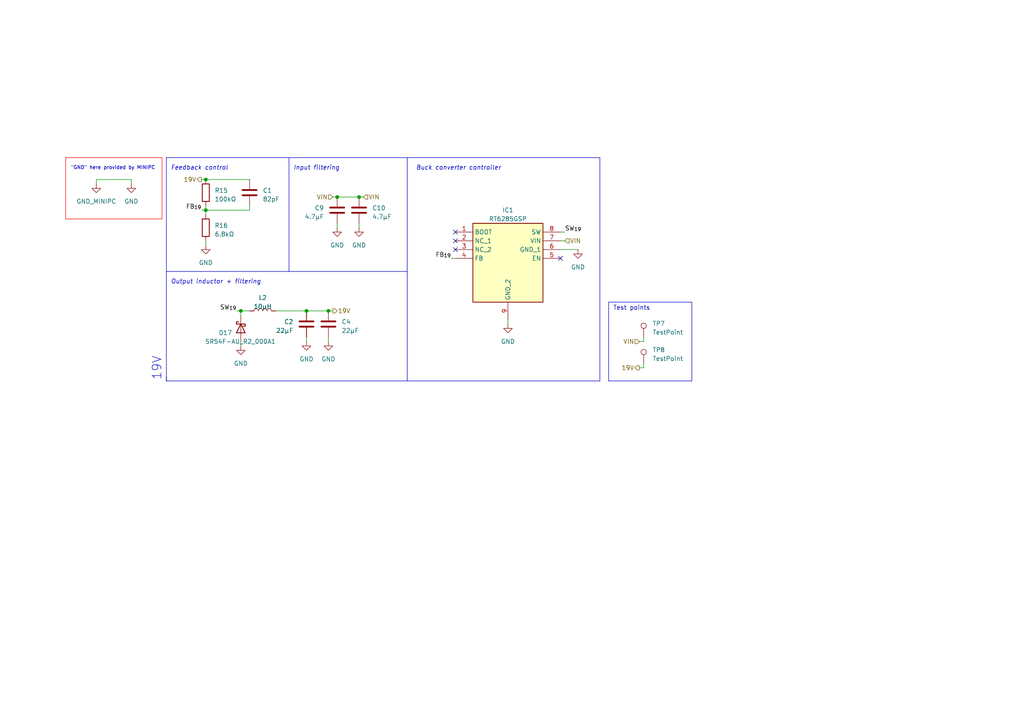
<source format=kicad_sch>
(kicad_sch (version 20231120) (generator "eeschema") (generator_version "8.0")
  (paper "A4")
  (title_block (title "Buck Convertors") (date "2023-11-17") (rev "v1") (company "UT RoboMasters"))
  (lib_symbols
    (symbol "Connector:TestPoint" (pin_numbers hide) (pin_names (offset 0.762) hide)
      (property "Reference" "TP" (at 0 6.858 0))
      (property "Value" "TestPoint" (at 0 5.08 0))
      (symbol "TestPoint_0_1"
        (circle (center 0 3.302) (radius 0.762))
      )
      (symbol "TestPoint_1_1"
        (pin passive line (at 0 0 90) (length 2.54) (name "1") (number "1"))
      )
    )
    (symbol "Device:C" (pin_numbers hide) (pin_names (offset 0.254))
      (property "Reference" "C" (at 0.635 2.54 0))
      (property "Value" "C" (at 0.635 -2.54 0))
      (symbol "C_0_1"
        (polyline (pts (xy -2.032 -0.762) (xy 2.032 -0.762)) (stroke (width 0.508)))
        (polyline (pts (xy -2.032 0.762) (xy 2.032 0.762)) (stroke (width 0.508)))
      )
      (symbol "C_1_1"
        (pin passive line (at 0 3.81 270) (length 2.794) (name "~") (number "1"))
        (pin passive line (at 0 -3.81 90) (length 2.794) (name "~") (number "2"))
      )
    )
    (symbol "Device:D_Schottky" (pin_numbers hide) (pin_names (offset 1.016) hide)
      (property "Reference" "D" (at 0 2.54 0))
      (property "Value" "D_Schottky" (at 0 -2.54 0))
      (symbol "D_Schottky_0_1"
        (polyline (pts (xy 1.27 0) (xy -1.27 0)))
        (polyline (pts (xy 1.27 1.27) (xy 1.27 -1.27) (xy -1.27 0) (xy 1.27 1.27)) (stroke (width 0.254)))
        (polyline (pts (xy -1.905 0.635) (xy -1.905 1.27) (xy -1.27 1.27) (xy -1.27 -1.27) (xy -0.635 -1.27) (xy -0.635 -0.635)) (stroke (width 0.254)))
      )
      (symbol "D_Schottky_1_1"
        (pin passive line (at -3.81 0 0) (length 2.54) (name "K") (number "1"))
        (pin passive line (at 3.81 0 180) (length 2.54) (name "A") (number "2"))
      )
    )
    (symbol "Device:L" (pin_numbers hide) (pin_names (offset 1.016) hide)
      (property "Reference" "L" (at -1.27 0 90))
      (property "Value" "L" (at 1.905 0 90))
      (symbol "L_0_1"
        (arc (start 0 -2.54) (mid 0.6323 -1.905) (end 0 -1.27))
        (arc (start 0 -1.27) (mid 0.6323 -0.635) (end 0 0))
        (arc (start 0 0) (mid 0.6323 0.635) (end 0 1.27))
        (arc (start 0 1.27) (mid 0.6323 1.905) (end 0 2.54))
      )
      (symbol "L_1_1"
        (pin passive line (at 0 3.81 270) (length 1.27) (name "1") (number "1"))
        (pin passive line (at 0 -3.81 90) (length 1.27) (name "2") (number "2"))
      )
    )
    (symbol "Device:R" (pin_numbers hide) (pin_names (offset 0))
      (property "Reference" "R" (at 2.032 0 90))
      (property "Value" "R" (at 0 0 90))
      (symbol "R_0_1"
        (rectangle (start -1.016 -2.54) (end 1.016 2.54) (stroke (width 0.254)))
      )
      (symbol "R_1_1"
        (pin passive line (at 0 3.81 270) (length 1.27) (name "~") (number "1"))
        (pin passive line (at 0 -3.81 90) (length 1.27) (name "~") (number "2"))
      )
    )
    (symbol "GND_1" (power) (pin_numbers hide) (pin_names (offset 0) hide)
      (property "Value" "GND" (at 0 -3.81 0))
      (symbol "GND_1_0_1"
        (polyline (pts (xy 0 0) (xy 0 -1.27) (xy 1.27 -1.27) (xy 0 -2.54) (xy -1.27 -1.27) (xy 0 -1.27)))
      )
      (symbol "GND_1_1_1"
        (pin power_in line (at 0 0 270) (length 0) (name "~") (number "1"))
      )
    )
    (symbol "Robomaster_Library:RT6285GSP"
      (property "Reference" "IC" (at 26.67 7.62 0))
      (property "Value" "RT6285GSP" (at 26.67 5.08 0))
      (symbol "RT6285GSP_1_1"
        (rectangle (start 5.08 2.54) (end 25.4 -20.32) (stroke (width 0.254)) (fill (type background)))
        (pin passive line (at 0 0 0) (length 5.08) (name "BOOT") (number "1"))
        (pin passive line (at 0 -2.54 0) (length 5.08) (name "NC_1") (number "2"))
        (pin passive line (at 0 -5.08 0) (length 5.08) (name "NC_2") (number "3"))
        (pin passive line (at 0 -7.62 0) (length 5.08) (name "FB") (number "4"))
        (pin passive line (at 30.48 -7.62 180) (length 5.08) (name "EN") (number "5"))
        (pin passive line (at 30.48 -5.08 180) (length 5.08) (name "GND_1") (number "6"))
        (pin passive line (at 30.48 -2.54 180) (length 5.08) (name "VIN") (number "7"))
        (pin passive line (at 30.48 0 180) (length 5.08) (name "SW") (number "8"))
        (pin passive line (at 15.24 -25.4 90) (length 5.08) (name "GND_2") (number "9"))
      )
    )
    (symbol "power:GND" (power) (pin_names (offset 0))
      (property "Value" "GND" (at 0 -3.81 0))
      (symbol "GND_0_1"
        (polyline (pts (xy 0 0) (xy 0 -1.27) (xy 1.27 -1.27) (xy 0 -2.54) (xy -1.27 -1.27) (xy 0 -1.27)))
      )
      (symbol "GND_1_1"
        (pin power_in line (at 0 0 270) (length 0) hide (name "GND") (number "1"))
      )
    )
  )
  (junction (at 88.9 90.17))
  (junction (at 97.79 57.15))
  (junction (at 59.69 60.96))
  (junction (at 69.85 90.17))
  (junction (at 104.14 57.15))
  (junction (at 59.69 52.07))
  (junction (at 95.25 90.17))
  (no_connect (at 132.08 69.85))
  (no_connect (at 132.08 67.31))
  (no_connect (at 162.56 74.93))
  (no_connect (at 132.08 72.39))
  (polyline (pts (xy 176.53 87.63) (xy 176.53 110.49)))
  (wire (pts (xy 72.39 52.07) (xy 59.69 52.07)))
  (wire (pts (xy 72.39 60.96) (xy 72.39 59.69)))
  (polyline (pts (xy 200.66 87.63) (xy 200.66 110.49)))
  (polyline (pts (xy 173.99 45.72) (xy 173.99 110.49)))
  (wire (pts (xy 186.69 97.79) (xy 186.69 99.06)))
  (wire (pts (xy 104.14 57.15) (xy 105.41 57.15)))
  (wire (pts (xy 95.25 90.17) (xy 96.52 90.17)))
  (wire (pts (xy 147.32 92.71) (xy 147.32 93.98)))
  (wire (pts (xy 38.1 52.07) (xy 38.1 53.34)))
  (wire (pts (xy 96.52 57.15) (xy 97.79 57.15)))
  (wire (pts (xy 68.58 90.17) (xy 69.85 90.17)))
  (wire (pts (xy 97.79 64.77) (xy 97.79 66.04)))
  (wire (pts (xy 27.94 53.34) (xy 27.94 52.07)))
  (polyline (pts (xy 83.82 45.72) (xy 83.82 78.74)))
  (wire (pts (xy 88.9 90.17) (xy 95.25 90.17)))
  (wire (pts (xy 162.56 67.31) (xy 163.83 67.31)))
  (polyline (pts (xy 48.26 45.72) (xy 48.26 110.49)))
  (polyline (pts (xy 48.26 45.72) (xy 173.99 45.72)))
  (wire (pts (xy 162.56 69.85) (xy 163.83 69.85)))
  (wire (pts (xy 186.69 105.41) (xy 186.69 106.68)))
  (wire (pts (xy 186.69 106.68) (xy 185.42 106.68)))
  (wire (pts (xy 59.69 60.96) (xy 59.69 62.23)))
  (polyline (pts (xy 48.26 110.49) (xy 48.26 109.22)))
  (wire (pts (xy 69.85 90.17) (xy 72.39 90.17)))
  (wire (pts (xy 59.69 60.96) (xy 59.69 59.69)))
  (wire (pts (xy 80.01 90.17) (xy 88.9 90.17)))
  (wire (pts (xy 97.79 57.15) (xy 104.14 57.15)))
  (polyline (pts (xy 48.26 78.74) (xy 118.11 78.74)))
  (wire (pts (xy 95.25 97.79) (xy 95.25 99.06)))
  (wire (pts (xy 69.85 90.17) (xy 69.85 91.44)))
  (wire (pts (xy 59.69 69.85) (xy 59.69 71.12)))
  (wire (pts (xy 186.69 99.06) (xy 185.42 99.06)))
  (wire (pts (xy 58.42 60.96) (xy 59.69 60.96)))
  (wire (pts (xy 69.85 99.06) (xy 69.85 100.33)))
  (wire (pts (xy 58.42 52.07) (xy 59.69 52.07)))
  (polyline (pts (xy 176.53 87.63) (xy 200.66 87.63)))
  (wire (pts (xy 27.94 52.07) (xy 38.1 52.07)))
  (wire (pts (xy 162.56 72.39) (xy 167.64 72.39)))
  (wire (pts (xy 130.81 74.93) (xy 132.08 74.93)))
  (polyline (pts (xy 173.99 110.49) (xy 48.26 110.49)))
  (polyline (pts (xy 200.66 110.49) (xy 176.53 110.49)))
  (wire (pts (xy 88.9 97.79) (xy 88.9 99.06)))
  (polyline (pts (xy 118.11 45.72) (xy 118.11 110.49)))
  (wire (pts (xy 59.69 60.96) (xy 72.39 60.96)))
  (wire (pts (xy 104.14 64.77) (xy 104.14 66.04)))
  (rectangle (start 19.05 45.72) (end 46.99 63.5) (stroke (width 0) (color 255 0 0 1)))
  (text "Buck converter controller" (at 120.65 49.53 0) (effects (font (size 1.27 1.27) (italic yes)) (justify left bottom)))
  (text "Output inductor + filtering" (at 49.53 82.55 0) (effects (font (size 1.27 1.27) (italic yes)) (justify left bottom)))
  (text "19V" (at 46.99 110.49 90) (effects (font (size 2.54 2.54)) (justify left bottom)))
  (text "\"GND\" here provided by MINIPC" (at 32.766 48.768 0) (effects (font (size 1.016 1.016))))
  (text "Input filtering" (at 85.09 49.53 0) (effects (font (size 1.27 1.27) (italic yes)) (justify left bottom)))
  (text "Feedback control" (at 49.53 49.53 0) (effects (font (size 1.27 1.27) (italic yes)) (justify left bottom)))
  (text "Test points" (at 177.8 90.17 0) (effects (font (size 1.27 1.27)) (justify left bottom)))
  (label "FB_{19}" (at 58.42 60.96 180))
  (label "SW_{19}" (at 68.58 90.17 180))
  (label "SW_{19}" (at 163.83 67.31 0))
  (label "FB_{19}" (at 130.81 74.93 180))
  (hierarchical_label "VIN" (shape input) (at 96.52 57.15 180))
  (hierarchical_label "19V" (shape output) (at 96.52 90.17 0))
  (hierarchical_label "VIN" (shape input) (at 163.83 69.85 0))
  (hierarchical_label "19V" (shape output) (at 58.42 52.07 180))
  (hierarchical_label "19V" (shape output) (at 185.42 106.68 180))
  (hierarchical_label "VIN" (shape input) (at 185.42 99.06 180))
  (hierarchical_label "VIN" (shape input) (at 105.41 57.15 0))
  (symbol (lib_id "Robomaster_Library:RT6285GSP") (at 132.08 67.31 0) (unit 1)
    (property "Reference" "IC1" (at 147.32 60.96 0))
    (property "Value" "RT6285GSP" (at 147.32 63.5 0))
    (property "Footprint" "Robomaster_ICs:SOIC127P600X175-9N" (effects (hide yes)))
    (property "Datasheet" "https://www.richtek.com/assets/product_file/RT6285/DS6285-00.pdf" (effects (hide yes)))
    (property "Height" "1.753" (effects (hide yes)))
    (property "Mouser Part Number" "835-RT6285GSP" (effects (hide yes)))
    (property "Mouser Price/Stock" "https://www.mouser.co.uk/ProductDetail/Richtek/RT6285GSP?qs=amGC7iS6iy9ag0U80PgEbw%3D%3D" (effects (hide yes)))
    (property "Manufacturer_Name" "RICHTEK" (effects (hide yes)))
    (property "Manufacturer_Part_Number" "RT6285GSP" (effects (hide yes)))
  )
  (symbol (lib_id "power:GND") (at 97.79 66.04 0) (unit 1)
    (property "Reference" "#PWR089" (effects (hide yes)))
    (property "Value" "GND" (at 97.79 71.12 0))
  )
  (symbol (lib_id "Device:C") (at 104.14 60.96 0) (unit 1)
    (property "Reference" "C10" (at 107.95 60.325 0) (effects (justify left)))
    (property "Value" "4.7µF" (at 107.95 62.865 0) (effects (justify left)))
    (property "Footprint" "Capacitor_SMD:C_0603_1608Metric_Pad1.08x0.95mm_HandSolder" (effects (hide yes)))
    (property "Datasheet" "https://www.mouser.com/datasheet/2/281/1/GRT188R6YA475KE13_01A-3158664.pdf" (effects (hide yes)))
    (property "Manufacturer_Part_Number" "C1608X5R1E475K080AC" (effects (hide yes)))
    (property "Mouser Part Number" "810-C1608X5R1E475K" (effects (hide yes)))
  )
  (symbol (lib_id "Device:C") (at 72.39 55.88 0) (unit 1)
    (property "Reference" "C1" (at 76.2 55.245 0) (effects (justify left)))
    (property "Value" "82pF" (at 76.2 57.785 0) (effects (justify left)))
    (property "Footprint" "Capacitor_SMD:C_0603_1608Metric_Pad1.08x0.95mm_HandSolder" (effects (hide yes)))
    (property "Datasheet" "https://www.mouser.com/datasheet/2/281/1/GCM1885C2A820JA16_01A-3143285.pdf" (effects (hide yes)))
    (property "Manufacturer_Part_Number" "CC0603FRNPO0BN820" (effects (hide yes)))
    (property "Mouser Part Number" "603-CC0603FRNP0BN820" (effects (hide yes)))
  )
  (symbol (lib_id "Device:R") (at 59.69 66.04 0) (unit 1)
    (property "Reference" "R16" (at 62.23 65.405 0) (effects (justify left)))
    (property "Value" "6.8kΩ" (at 62.23 67.945 0) (effects (justify left)))
    (property "Footprint" "Resistor_SMD:R_0603_1608Metric_Pad0.98x0.95mm_HandSolder" (effects (hide yes)))
    (property "Manufacturer_Part_Number" "RT0603DRE076K8L" (effects (hide yes)))
    (property "Mouser Part Number" "603-RT0603DRE076K8L" (effects (hide yes)))
  )
  (symbol (lib_id "Device:D_Schottky") (at 69.85 95.25 90) (mirror x) (unit 1)
    (property "Reference" "D17" (at 67.31 96.52 90) (effects (justify left)))
    (property "Value" "SR54F-AU_R2_000A1" (at 80.01 99.06 90) (effects (justify left)))
    (property "Footprint" "Robomaster_Passives:SODFL5336X110N" (effects (hide yes)))
    (property "Sim.Device" "D" (effects (hide yes)))
    (property "Sim.Pins" "1=K 2=A" (effects (hide yes)))
    (property "Manufacturer_Part_Number" "SR54F-AU_R2_000A1" (effects (hide yes)))
    (property "Mouser Part Number" "241-SR54F-AUR1000A1" (effects (hide yes)))
  )
  (symbol (lib_id "Device:L") (at 76.2 90.17 90) (unit 1)
    (property "Reference" "L2" (at 76.2 86.36 90))
    (property "Value" "10µH" (at 76.2 88.9 90))
    (property "Footprint" "Robomaster_Passives:MPLAL6060100" (effects (hide yes)))
    (property "Datasheet" "https://www.mouser.com/datasheet/2/277/MPL_AL6060_100-2946374.pdf" (effects (hide yes)))
    (property "Manufacturer_Part_Number" "MPL-AL6060-100" (effects (hide yes)))
    (property "Mouser Part Number" "946-MPL-AL6060-100" (effects (hide yes)))
  )
  (symbol (lib_id "Device:C") (at 97.79 60.96 0) (mirror y) (unit 1)
    (property "Reference" "C9" (at 93.98 60.325 0) (effects (justify left)))
    (property "Value" "4.7µF" (at 93.98 62.865 0) (effects (justify left)))
    (property "Footprint" "Capacitor_SMD:C_0603_1608Metric_Pad1.08x0.95mm_HandSolder" (effects (hide yes)))
    (property "Datasheet" "https://www.mouser.com/datasheet/2/281/1/GRT188R6YA475KE13_01A-3158664.pdf" (effects (hide yes)))
    (property "Manufacturer_Part_Number" "C1608X5R1E475K080AC" (effects (hide yes)))
    (property "Mouser Part Number" "810-C1608X5R1E475K" (effects (hide yes)))
  )
  (symbol (lib_id "power:GND") (at 59.69 71.12 0) (unit 1)
    (property "Reference" "#PWR085" (effects (hide yes)))
    (property "Value" "GND" (at 59.69 76.2 0))
  )
  (symbol (lib_id "power:GND") (at 147.32 93.98 0) (unit 1)
    (property "Reference" "#PWR091" (effects (hide yes)))
    (property "Value" "GND" (at 147.32 99.06 0))
  )
  (symbol (lib_id "Device:C") (at 88.9 93.98 0) (mirror y) (unit 1)
    (property "Reference" "C2" (at 85.09 93.345 0) (effects (justify left)))
    (property "Value" "22µF" (at 85.09 95.885 0) (effects (justify left)))
    (property "Footprint" "Capacitor_SMD:C_0805_2012Metric_Pad1.18x1.45mm_HandSolder" (effects (hide yes)))
    (property "Datasheet" "https://www.mouser.com/datasheet/2/585/MLCC-1837944.pdf" (effects (hide yes)))
    (property "Manufacturer_Part_Number" "CL21A226MAYNNNE" (effects (hide yes)))
    (property "Mouser Part Number" "187-CL21A226MAYNNNE" (effects (hide yes)))
  )
  (symbol (lib_id "Connector:TestPoint") (at 186.69 105.41 0) (unit 1)
    (property "Reference" "TP8" (at 189.23 101.473 0) (effects (justify left)))
    (property "Value" "TestPoint" (at 189.23 104.013 0) (effects (justify left)))
    (property "Footprint" "TestPoint:TestPoint_Pad_2.0x2.0mm" (effects (hide yes)))
  )
  (symbol (lib_id "Device:C") (at 95.25 93.98 0) (unit 1)
    (property "Reference" "C4" (at 99.06 93.345 0) (effects (justify left)))
    (property "Value" "22µF" (at 99.06 95.885 0) (effects (justify left)))
    (property "Footprint" "Capacitor_SMD:C_0805_2012Metric_Pad1.18x1.45mm_HandSolder" (effects (hide yes)))
    (property "Datasheet" "https://www.mouser.com/datasheet/2/585/MLCC-1837944.pdf" (effects (hide yes)))
    (property "Manufacturer_Part_Number" "CL21A226MAYNNNE" (effects (hide yes)))
    (property "Mouser Part Number" "187-CL21A226MAYNNNE" (effects (hide yes)))
  )
  (symbol (lib_id "power:GND") (at 95.25 99.06 0) (unit 1)
    (property "Reference" "#PWR088" (effects (hide yes)))
    (property "Value" "GND" (at 95.25 104.14 0))
  )
  (symbol (lib_id "Device:R") (at 59.69 55.88 0) (unit 1)
    (property "Reference" "R15" (at 62.23 55.245 0) (effects (justify left)))
    (property "Value" "100kΩ" (at 62.23 57.785 0) (effects (justify left)))
    (property "Footprint" "Resistor_SMD:R_0603_1608Metric_Pad0.98x0.95mm_HandSolder" (effects (hide yes)))
    (property "Manufacturer_Part_Number" "RT0603DRE07100KL" (effects (hide yes)))
    (property "Mouser Part Number" "603-RT0603DRE07100KL" (effects (hide yes)))
  )
  (symbol (lib_id "power:GND") (at 104.14 66.04 0) (unit 1)
    (property "Reference" "#PWR090" (effects (hide yes)))
    (property "Value" "GND" (at 104.14 71.12 0))
  )
  (symbol (lib_id "Connector:TestPoint") (at 186.69 97.79 0) (unit 1)
    (property "Reference" "TP7" (at 189.23 93.853 0) (effects (justify left)))
    (property "Value" "TestPoint" (at 189.23 96.393 0) (effects (justify left)))
    (property "Footprint" "TestPoint:TestPoint_Pad_2.0x2.0mm" (effects (hide yes)))
  )
  (symbol (lib_id "power:GND") (at 88.9 99.06 0) (unit 1)
    (property "Reference" "#PWR087" (effects (hide yes)))
    (property "Value" "GND" (at 88.9 104.14 0))
  )
  (symbol (lib_id "power:GND") (at 69.85 100.33 0) (unit 1)
    (property "Reference" "#PWR086" (effects (hide yes)))
    (property "Value" "GND" (at 69.85 105.41 0))
  )
  (symbol (lib_name "GND_1") (lib_id "power:GND") (at 38.1 53.34 0) (unit 1)
    (property "Reference" "#PWR084" (effects (hide yes)))
    (property "Value" "GND" (at 38.1 58.42 0))
    (property "Description" "Power symbol creates a global label with name \"GND\" , ground" (effects (hide yes)))
  )
  (symbol (lib_id "power:GND") (at 167.64 72.39 0) (unit 1)
    (property "Reference" "#PWR092" (effects (hide yes)))
    (property "Value" "GND" (at 167.64 77.47 0))
  )
  (symbol (lib_name "GND_1") (lib_id "power:GND") (at 27.94 53.34 0) (unit 1)
    (property "Reference" "#PWR083" (effects (hide yes)))
    (property "Value" "GND_MINIPC" (at 27.94 58.42 0))
    (property "Description" "Power symbol creates a global label with name \"GND\" , ground" (effects (hide yes)))
  )
)
</source>
